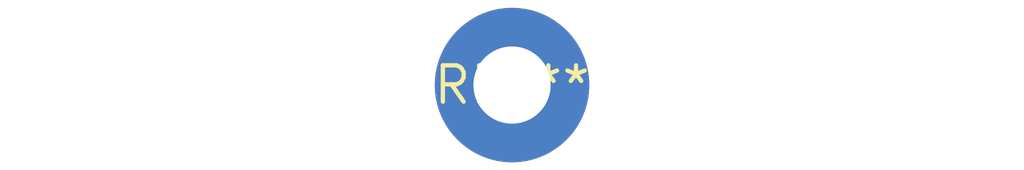
<source format=kicad_pcb>
(kicad_pcb (version 20240108) (generator pcbnew)
  (layers (0 "F.Cu" signal) (31 "B.Cu" signal) (34 "B.Paste" user) (35 "F.Paste" user) (36 "B.SilkS" user "B.Silkscreen") (37 "F.SilkS" user "F.Silkscreen") (38 "B.Mask" user) (39 "F.Mask" user) (44 "Edge.Cuts" user))
  (net 0 "")
  (footprint "MountingHole_2.7mm_Pad_TopBottom" (layer "F.Cu") (at 0 0)
    (property "Reference" "REF**")
    (property "Value" "MountingHole_2.7mm_Pad_TopBottom")
    (pad "1" thru_hole circle (at 0 0) (size 3.1 3.1) (drill 2.7) (layers *.Cu *.Mask) (remove_unused_layers))
    (pad "1" connect circle (at 0 0) (size 5.4 5.4) (layers "F.Cu" "F.Mask"))
    (pad "1" connect circle (at 0 0) (size 5.4 5.4) (layers "B.Cu" "B.Mask"))
  )
)
</source>
